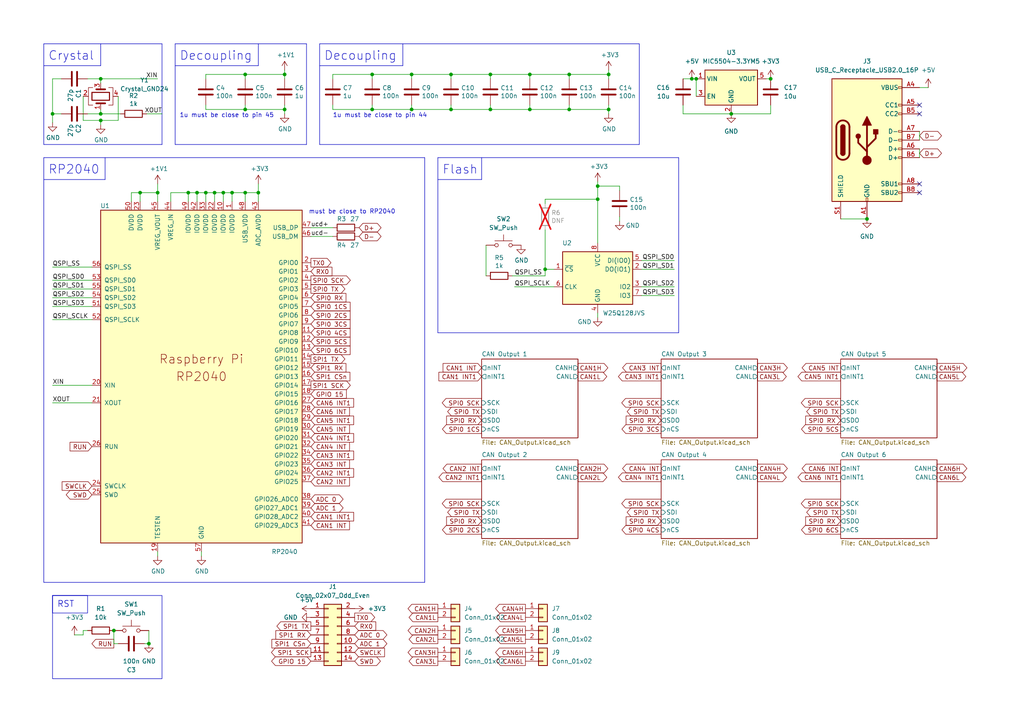
<source format=kicad_sch>
(kicad_sch (version 20231120) (generator "eeschema") (generator_version "8.0")
  (paper "A4")
  (junction (at 15.24 33.02))
  (junction (at 119.38 31.75))
  (junction (at 82.55 21.59))
  (junction (at 223.52 22.86))
  (junction (at 173.355 53.975))
  (junction (at 43.18 186.69))
  (junction (at 57.15 55.88))
  (junction (at 54.61 55.88))
  (junction (at 71.12 21.59))
  (junction (at 130.81 21.59))
  (junction (at 165.1 21.59))
  (junction (at 107.95 31.75))
  (junction (at 71.12 55.88))
  (junction (at 74.93 55.88))
  (junction (at 251.46 63.5))
  (junction (at 165.1 31.75))
  (junction (at 82.55 31.75))
  (junction (at 64.77 55.88))
  (junction (at 67.31 55.88))
  (junction (at 153.67 31.75))
  (junction (at 142.24 31.75))
  (junction (at 107.95 21.59))
  (junction (at 119.38 21.59))
  (junction (at 176.53 31.75))
  (junction (at 212.09 33.02))
  (junction (at 33.02 182.88))
  (junction (at 59.69 55.88))
  (junction (at 142.24 21.59))
  (junction (at 71.12 31.75))
  (junction (at 130.81 31.75))
  (junction (at 62.23 55.88))
  (junction (at 173.355 57.785))
  (junction (at 200.66 22.86))
  (junction (at 158.115 78.105))
  (junction (at 40.64 55.88))
  (junction (at 29.21 22.86))
  (junction (at 201.93 22.86))
  (junction (at 45.72 55.88))
  (junction (at 176.53 21.59))
  (junction (at 29.21 34.925))
  (junction (at 153.67 21.59))
  (junction (at 29.21 33.02))
  (no_connect (at 266.7 55.88))
  (no_connect (at 266.7 33.02))
  (no_connect (at 266.7 53.34))
  (no_connect (at 266.7 30.48))
  (wire (pts (xy 142.24 31.75) (xy 153.67 31.75)))
  (wire (pts (xy 71.12 55.88) (xy 74.93 55.88)))
  (wire (pts (xy 29.21 34.925) (xy 34.29 34.925)))
  (wire (pts (xy 24.13 34.925) (xy 29.21 34.925)))
  (wire (pts (xy 74.93 53.34) (xy 74.93 55.88)))
  (wire (pts (xy 29.21 22.86) (xy 29.21 24.13)))
  (wire (pts (xy 176.53 22.86) (xy 176.53 21.59)))
  (wire (pts (xy 153.67 22.86) (xy 153.67 21.59)))
  (wire (pts (xy 153.67 31.75) (xy 165.1 31.75)))
  (wire (pts (xy 49.53 58.42) (xy 49.53 55.88)))
  (wire (pts (xy 198.12 33.02) (xy 212.09 33.02)))
  (wire (pts (xy 130.81 31.75) (xy 142.24 31.75)))
  (wire (pts (xy 179.705 53.975) (xy 173.355 53.975)))
  (wire (pts (xy 45.72 53.34) (xy 45.72 55.88)))
  (wire (pts (xy 54.61 55.88) (xy 57.15 55.88)))
  (wire (pts (xy 198.12 22.86) (xy 200.66 22.86)))
  (wire (pts (xy 59.69 55.88) (xy 59.69 58.42)))
  (wire (pts (xy 74.93 55.88) (xy 74.93 58.42)))
  (wire (pts (xy 15.24 88.9) (xy 26.67 88.9)))
  (polyline (pts (xy 88.9 41.91) (xy 88.9 12.7)))
  (wire (pts (xy 158.115 78.105) (xy 160.655 78.105)))
  (wire (pts (xy 243.84 63.5) (xy 251.46 63.5)))
  (wire (pts (xy 15.24 111.76) (xy 26.67 111.76)))
  (wire (pts (xy 17.78 33.02) (xy 15.24 33.02)))
  (polyline (pts (xy 139.7 45.72) (xy 139.7 52.07)))
  (polyline (pts (xy 12.7 19.05) (xy 29.21 19.05)))
  (wire (pts (xy 62.23 55.88) (xy 62.23 58.42)))
  (wire (pts (xy 149.225 83.185) (xy 160.655 83.185)))
  (wire (pts (xy 130.81 22.86) (xy 130.81 21.59)))
  (wire (pts (xy 158.115 57.785) (xy 173.355 57.785)))
  (polyline (pts (xy 92.71 19.05) (xy 116.84 19.05)))
  (wire (pts (xy 119.38 30.48) (xy 119.38 31.75)))
  (wire (pts (xy 40.64 55.88) (xy 38.1 55.88)))
  (wire (pts (xy 64.77 55.88) (xy 67.31 55.88)))
  (polyline (pts (xy 12.7 41.91) (xy 46.99 41.91)))
  (wire (pts (xy 59.69 21.59) (xy 71.12 21.59)))
  (polyline (pts (xy 92.71 12.7) (xy 185.42 12.7)))
  (wire (pts (xy 96.52 31.75) (xy 107.95 31.75)))
  (wire (pts (xy 17.78 22.86) (xy 15.24 22.86)))
  (wire (pts (xy 223.52 33.02) (xy 212.09 33.02)))
  (wire (pts (xy 25.4 22.86) (xy 29.21 22.86)))
  (wire (pts (xy 107.95 30.48) (xy 107.95 31.75)))
  (polyline (pts (xy 127 45.72) (xy 127 96.52)))
  (wire (pts (xy 29.21 34.925) (xy 29.21 36.195)))
  (wire (pts (xy 24.13 182.88) (xy 25.4 182.88)))
  (wire (pts (xy 15.24 81.28) (xy 26.67 81.28)))
  (wire (pts (xy 67.31 55.88) (xy 67.31 58.42)))
  (wire (pts (xy 15.24 77.47) (xy 26.67 77.47)))
  (wire (pts (xy 21.59 184.15) (xy 24.13 184.15)))
  (wire (pts (xy 45.72 55.88) (xy 40.64 55.88)))
  (wire (pts (xy 173.355 53.975) (xy 173.355 57.785)))
  (wire (pts (xy 223.52 22.86) (xy 222.25 22.86)))
  (wire (pts (xy 62.23 55.88) (xy 64.77 55.88)))
  (polyline (pts (xy 50.8 12.7) (xy 50.8 41.91)))
  (wire (pts (xy 142.24 21.59) (xy 153.67 21.59)))
  (wire (pts (xy 186.055 78.105) (xy 195.58 78.105)))
  (wire (pts (xy 45.72 160.02) (xy 45.72 161.29)))
  (wire (pts (xy 119.38 31.75) (xy 130.81 31.75)))
  (wire (pts (xy 15.24 22.86) (xy 15.24 33.02)))
  (wire (pts (xy 29.21 22.86) (xy 45.72 22.86)))
  (wire (pts (xy 107.95 22.86) (xy 107.95 21.59)))
  (wire (pts (xy 153.67 30.48) (xy 153.67 31.75)))
  (wire (pts (xy 165.1 21.59) (xy 176.53 21.59)))
  (wire (pts (xy 130.81 30.48) (xy 130.81 31.75)))
  (wire (pts (xy 158.115 59.055) (xy 158.115 57.785)))
  (wire (pts (xy 186.055 75.565) (xy 195.58 75.565)))
  (polyline (pts (xy 12.7 45.72) (xy 123.19 45.72)))
  (wire (pts (xy 82.55 31.75) (xy 82.55 30.48)))
  (wire (pts (xy 148.59 80.01) (xy 158.115 80.01)))
  (wire (pts (xy 67.31 55.88) (xy 71.12 55.88)))
  (wire (pts (xy 59.69 55.88) (xy 62.23 55.88)))
  (wire (pts (xy 43.18 182.88) (xy 43.18 186.69)))
  (polyline (pts (xy 116.84 19.05) (xy 116.84 12.7)))
  (wire (pts (xy 82.55 31.75) (xy 82.55 33.02)))
  (wire (pts (xy 186.055 83.185) (xy 195.58 83.185)))
  (wire (pts (xy 153.67 21.59) (xy 165.1 21.59)))
  (wire (pts (xy 176.53 30.48) (xy 176.53 31.75)))
  (wire (pts (xy 179.705 55.245) (xy 179.705 53.975)))
  (polyline (pts (xy 12.7 52.07) (xy 30.48 52.07)))
  (wire (pts (xy 179.705 62.865) (xy 179.705 64.135)))
  (polyline (pts (xy 123.19 168.91) (xy 12.7 168.91)))
  (wire (pts (xy 71.12 22.86) (xy 71.12 21.59)))
  (wire (pts (xy 59.69 30.48) (xy 59.69 31.75)))
  (wire (pts (xy 34.29 27.94) (xy 34.29 34.925)))
  (wire (pts (xy 57.15 55.88) (xy 59.69 55.88)))
  (wire (pts (xy 173.355 52.705) (xy 173.355 53.975)))
  (wire (pts (xy 38.1 55.88) (xy 38.1 58.42)))
  (polyline (pts (xy 46.99 41.91) (xy 46.99 12.7)))
  (wire (pts (xy 59.69 31.75) (xy 71.12 31.75)))
  (wire (pts (xy 165.1 30.48) (xy 165.1 31.75)))
  (wire (pts (xy 33.02 186.69) (xy 33.02 182.88)))
  (wire (pts (xy 43.18 186.69) (xy 41.91 186.69)))
  (wire (pts (xy 34.29 186.69) (xy 33.02 186.69)))
  (wire (pts (xy 15.24 92.71) (xy 26.67 92.71)))
  (wire (pts (xy 107.95 21.59) (xy 119.38 21.59)))
  (wire (pts (xy 15.24 33.02) (xy 15.24 35.56)))
  (wire (pts (xy 107.95 31.75) (xy 119.38 31.75)))
  (wire (pts (xy 119.38 22.86) (xy 119.38 21.59)))
  (polyline (pts (xy 127 52.07) (xy 139.7 52.07)))
  (wire (pts (xy 96.52 30.48) (xy 96.52 31.75)))
  (wire (pts (xy 130.81 21.59) (xy 142.24 21.59)))
  (wire (pts (xy 15.24 83.82) (xy 26.67 83.82)))
  (polyline (pts (xy 196.85 45.72) (xy 196.85 96.52)))
  (polyline (pts (xy 185.42 41.91) (xy 185.42 12.7)))
  (wire (pts (xy 200.66 22.86) (xy 201.93 22.86)))
  (wire (pts (xy 173.355 57.785) (xy 173.355 70.485)))
  (wire (pts (xy 201.93 22.86) (xy 201.93 27.94)))
  (wire (pts (xy 71.12 31.75) (xy 71.12 30.48)))
  (wire (pts (xy 24.13 184.15) (xy 24.13 182.88)))
  (wire (pts (xy 49.53 55.88) (xy 54.61 55.88)))
  (wire (pts (xy 142.24 30.48) (xy 142.24 31.75)))
  (polyline (pts (xy 50.8 41.91) (xy 88.9 41.91)))
  (wire (pts (xy 142.24 22.86) (xy 142.24 21.59)))
  (wire (pts (xy 140.97 71.12) (xy 140.97 80.01)))
  (polyline (pts (xy 46.99 12.7) (xy 12.7 12.7)))
  (wire (pts (xy 25.4 33.02) (xy 29.21 33.02)))
  (wire (pts (xy 186.055 85.725) (xy 195.58 85.725)))
  (wire (pts (xy 71.12 31.75) (xy 82.55 31.75)))
  (polyline (pts (xy 127 45.72) (xy 196.85 45.72)))
  (wire (pts (xy 82.55 21.59) (xy 82.55 22.86)))
  (wire (pts (xy 173.355 90.805) (xy 173.355 92.075)))
  (polyline (pts (xy 29.21 12.7) (xy 29.21 19.05)))
  (polyline (pts (xy 30.48 52.07) (xy 30.48 45.72)))
  (wire (pts (xy 119.38 21.59) (xy 130.81 21.59)))
  (wire (pts (xy 90.17 66.04) (xy 96.52 66.04)))
  (wire (pts (xy 96.52 21.59) (xy 96.52 22.86)))
  (polyline (pts (xy 196.85 96.52) (xy 127 96.52)))
  (wire (pts (xy 29.21 31.75) (xy 29.21 33.02)))
  (wire (pts (xy 29.21 33.02) (xy 34.925 33.02)))
  (wire (pts (xy 42.545 33.02) (xy 46.99 33.02)))
  (wire (pts (xy 54.61 55.88) (xy 54.61 58.42)))
  (wire (pts (xy 266.7 38.1) (xy 266.7 40.64)))
  (polyline (pts (xy 92.71 12.7) (xy 92.71 41.91)))
  (wire (pts (xy 96.52 21.59) (xy 107.95 21.59)))
  (wire (pts (xy 59.69 22.86) (xy 59.69 21.59)))
  (wire (pts (xy 40.64 55.88) (xy 40.64 58.42)))
  (polyline (pts (xy 12.7 12.7) (xy 12.7 41.91)))
  (polyline (pts (xy 92.71 41.91) (xy 185.42 41.91)))
  (wire (pts (xy 57.15 55.88) (xy 57.15 58.42)))
  (wire (pts (xy 176.53 31.75) (xy 176.53 33.02)))
  (wire (pts (xy 90.17 68.58) (xy 96.52 68.58)))
  (wire (pts (xy 165.1 22.86) (xy 165.1 21.59)))
  (wire (pts (xy 158.115 66.675) (xy 158.115 78.105)))
  (polyline (pts (xy 12.7 45.72) (xy 12.7 168.91)))
  (wire (pts (xy 158.115 80.01) (xy 158.115 78.105)))
  (wire (pts (xy 58.42 160.02) (xy 58.42 161.29)))
  (wire (pts (xy 71.12 55.88) (xy 71.12 58.42)))
  (wire (pts (xy 198.12 30.48) (xy 198.12 33.02)))
  (wire (pts (xy 223.52 30.48) (xy 223.52 33.02)))
  (polyline (pts (xy 50.8 12.7) (xy 88.9 12.7)))
  (wire (pts (xy 266.7 43.18) (xy 266.7 45.72)))
  (wire (pts (xy 269.24 25.4) (xy 266.7 25.4)))
  (wire (pts (xy 165.1 31.75) (xy 176.53 31.75)))
  (wire (pts (xy 82.55 20.32) (xy 82.55 21.59)))
  (polyline (pts (xy 123.19 45.72) (xy 123.19 168.91)))
  (wire (pts (xy 24.13 27.94) (xy 24.13 34.925)))
  (wire (pts (xy 15.24 86.36) (xy 26.67 86.36)))
  (polyline (pts (xy 74.93 19.05) (xy 74.93 12.7)))
  (wire (pts (xy 45.72 58.42) (xy 45.72 55.88)))
  (wire (pts (xy 64.77 55.88) (xy 64.77 58.42)))
  (wire (pts (xy 176.53 20.32) (xy 176.53 21.59)))
  (wire (pts (xy 71.12 21.59) (xy 82.55 21.59)))
  (polyline (pts (xy 50.8 19.05) (xy 74.93 19.05)))
  (wire (pts (xy 15.24 116.84) (xy 26.67 116.84)))
  (rectangle (start 15.24 172.72) (end 46.99 196.85))
  (text_box "RST" (at 15.24 172.72 0) (size 10.16 5.08) (effects (font (size 1.778 1.778)) (justify left top)))
  (text "Crystal" (at 13.97 17.78 0) (effects (font (size 2.54 2.54)) (justify left bottom)))
  (text "RP2040\n" (at 13.97 50.8 0) (effects (font (size 2.54 2.54)) (justify left bottom)))
  (text "Decoupling\n" (at 52.07 17.78 0) (effects (font (size 2.54 2.54)) (justify left bottom)))
  (text "Flash" (at 128.27 50.8 0) (effects (font (size 2.54 2.54)) (justify left bottom)))
  (text "must be close to RP2040" (at 89.535 62.23 0) (effects (font (size 1.27 1.27)) (justify left bottom)))
  (text "Decoupling\n" (at 93.98 17.78 0) (effects (font (size 2.54 2.54)) (justify left bottom)))
  (text "1u must be close to pin 45\n" (at 52.07 34.29 0) (effects (font (size 1.27 1.27)) (justify left bottom)))
  (text "1u must be close to pin 44\n" (at 96.52 34.29 0) (effects (font (size 1.27 1.27)) (justify left bottom)))
  (label "QSPI_SCLK" (at 149.225 83.185 0))
  (label "QSPI_SD1" (at 15.24 83.82 0))
  (label "QSPI_SS" (at 149.225 80.01 0))
  (label "XOUT" (at 15.24 116.84 0))
  (label "QSPI_SD3" (at 15.24 88.9 0))
  (label "QSPI_SD0" (at 195.58 75.565 180))
  (label "QSPI_SD2" (at 195.58 83.185 180))
  (label "QSPI_SD2" (at 15.24 86.36 0))
  (label "QSPI_SD3" (at 195.58 85.725 180))
  (label "ucd+" (at 90.17 66.04 0))
  (label "QSPI_SCLK" (at 15.24 92.71 0))
  (label "XOUT" (at 46.99 33.02 180))
  (label "XIN" (at 15.24 111.76 0))
  (label "ucd-" (at 90.17 68.58 0))
  (label "QSPI_SS" (at 15.24 77.47 0))
  (label "QSPI_SD0" (at 15.24 81.28 0))
  (label "QSPI_SD1" (at 195.58 78.105 180))
  (label "XIN" (at 45.72 22.86 180))
  (global_label "RUN" (shape output) (at 33.02 186.69 180) (property "Intersheetrefs" "${INTERSHEET_REFS}" (effects (hide yes))))
  (global_label "CAN2 INT1" (shape input) (at 90.17 137.16 0) (property "Intersheetrefs" "${INTERSHEET_REFS}" (effects (hide yes))))
  (global_label "D-" (shape bidirectional) (at 104.14 68.58 0) (property "Intersheetrefs" "${INTERSHEET_REFS}" (effects (hide yes))))
  (global_label "CAN6 INT1" (shape input) (at 90.17 116.84 0) (property "Intersheetrefs" "${INTERSHEET_REFS}" (effects (hide yes))))
  (global_label "CAN3L" (shape output) (at 219.71 109.22 0) (property "Intersheetrefs" "${INTERSHEET_REFS}" (effects (hide yes))))
  (global_label "CAN6L" (shape output) (at 271.78 138.43 0) (property "Intersheetrefs" "${INTERSHEET_REFS}" (effects (hide yes))))
  (global_label "RUN" (shape input) (at 26.67 129.54 180) (property "Intersheetrefs" "${INTERSHEET_REFS}" (effects (hide yes))))
  (global_label "CAN1 INT" (shape input) (at 139.7 106.68 180) (property "Intersheetrefs" "${INTERSHEET_REFS}" (effects (hide yes))))
  (global_label "CAN3H" (shape output) (at 219.71 106.68 0) (property "Intersheetrefs" "${INTERSHEET_REFS}" (effects (hide yes))))
  (global_label "SPI0 RX" (shape input) (at 139.7 121.92 180) (property "Intersheetrefs" "${INTERSHEET_REFS}" (effects (hide yes))))
  (global_label "CAN2L" (shape output) (at 167.64 138.43 0) (property "Intersheetrefs" "${INTERSHEET_REFS}" (effects (hide yes))))
  (global_label "CAN3 INT1" (shape input) (at 90.17 132.08 0) (property "Intersheetrefs" "${INTERSHEET_REFS}" (effects (hide yes))))
  (global_label "CAN1H" (shape output) (at 167.64 106.68 0) (property "Intersheetrefs" "${INTERSHEET_REFS}" (effects (hide yes))))
  (global_label "SPI1 TX" (shape output) (at 90.17 104.14 0) (property "Intersheetrefs" "${INTERSHEET_REFS}" (effects (hide yes))))
  (global_label "SPI0 3CS" (shape output) (at 191.77 124.46 180) (property "Intersheetrefs" "${INTERSHEET_REFS}" (effects (hide yes))))
  (global_label "CAN5 INT1" (shape input) (at 90.17 121.92 0) (property "Intersheetrefs" "${INTERSHEET_REFS}" (effects (hide yes))))
  (global_label "CAN6 INT" (shape input) (at 90.17 119.38 0) (property "Intersheetrefs" "${INTERSHEET_REFS}" (effects (hide yes))))
  (global_label "CAN5L" (shape output) (at 152.4 185.42 180) (property "Intersheetrefs" "${INTERSHEET_REFS}" (effects (hide yes))))
  (global_label "CAN4 INT" (shape input) (at 90.17 129.54 0) (property "Intersheetrefs" "${INTERSHEET_REFS}" (effects (hide yes))))
  (global_label "CAN1H" (shape output) (at 127 176.53 180) (property "Intersheetrefs" "${INTERSHEET_REFS}" (effects (hide yes))))
  (global_label "CAN5H" (shape output) (at 271.78 106.68 0) (property "Intersheetrefs" "${INTERSHEET_REFS}" (effects (hide yes))))
  (global_label "CAN1 INT1" (shape input) (at 139.7 109.22 180) (property "Intersheetrefs" "${INTERSHEET_REFS}" (effects (hide yes))))
  (global_label "CAN1 INT1" (shape input) (at 90.17 149.86 0) (property "Intersheetrefs" "${INTERSHEET_REFS}" (effects (hide yes))))
  (global_label "SPI0 SCK" (shape output) (at 90.17 81.28 0) (property "Intersheetrefs" "${INTERSHEET_REFS}" (effects (hide yes))))
  (global_label "SPI0 4CS" (shape input) (at 90.17 96.52 0) (property "Intersheetrefs" "${INTERSHEET_REFS}" (effects (hide yes))))
  (global_label "SPI1 RX" (shape input) (at 90.17 184.15 180) (property "Intersheetrefs" "${INTERSHEET_REFS}" (effects (hide yes))))
  (global_label "CAN5 INT" (shape output) (at 243.84 106.68 180) (property "Intersheetrefs" "${INTERSHEET_REFS}" (effects (hide yes))))
  (global_label "SPI0 3CS" (shape input) (at 90.17 93.98 0) (property "Intersheetrefs" "${INTERSHEET_REFS}" (effects (hide yes))))
  (global_label "ADC 1" (shape bidirectional) (at 102.87 186.69 0) (property "Intersheetrefs" "${INTERSHEET_REFS}" (effects (hide yes))))
  (global_label "CAN3 INT1" (shape output) (at 191.77 109.22 180) (property "Intersheetrefs" "${INTERSHEET_REFS}" (effects (hide yes))))
  (global_label "SPI0 SCK" (shape output) (at 139.7 146.05 180) (property "Intersheetrefs" "${INTERSHEET_REFS}" (effects (hide yes))))
  (global_label "SPI0 RX" (shape input) (at 243.84 121.92 180) (property "Intersheetrefs" "${INTERSHEET_REFS}" (effects (hide yes))))
  (global_label "SPI0 SCK" (shape output) (at 191.77 116.84 180) (property "Intersheetrefs" "${INTERSHEET_REFS}" (effects (hide yes))))
  (global_label "SPI1 RX" (shape input) (at 90.17 106.68 0) (property "Intersheetrefs" "${INTERSHEET_REFS}" (effects (hide yes))))
  (global_label "CAN3H" (shape output) (at 127 189.23 180) (property "Intersheetrefs" "${INTERSHEET_REFS}" (effects (hide yes))))
  (global_label "SPI0 1CS" (shape output) (at 139.7 124.46 180) (property "Intersheetrefs" "${INTERSHEET_REFS}" (effects (hide yes))))
  (global_label "CAN2H" (shape output) (at 167.64 135.89 0) (property "Intersheetrefs" "${INTERSHEET_REFS}" (effects (hide yes))))
  (global_label "CAN2H" (shape output) (at 127 182.88 180) (property "Intersheetrefs" "${INTERSHEET_REFS}" (effects (hide yes))))
  (global_label "SWD" (shape bidirectional) (at 26.67 143.51 180) (property "Intersheetrefs" "${INTERSHEET_REFS}" (effects (hide yes))))
  (global_label "SPI0 TX" (shape output) (at 139.7 148.59 180) (property "Intersheetrefs" "${INTERSHEET_REFS}" (effects (hide yes))))
  (global_label "SPI0 4CS" (shape output) (at 191.77 153.67 180) (property "Intersheetrefs" "${INTERSHEET_REFS}" (effects (hide yes))))
  (global_label "SPI0 TX" (shape output) (at 243.84 148.59 180) (property "Intersheetrefs" "${INTERSHEET_REFS}" (effects (hide yes))))
  (global_label "SPI0 RX" (shape input) (at 191.77 121.92 180) (property "Intersheetrefs" "${INTERSHEET_REFS}" (effects (hide yes))))
  (global_label "CAN4L" (shape output) (at 152.4 179.07 180) (property "Intersheetrefs" "${INTERSHEET_REFS}" (effects (hide yes))))
  (global_label "CAN3 INT" (shape output) (at 191.77 106.68 180) (property "Intersheetrefs" "${INTERSHEET_REFS}" (effects (hide yes))))
  (global_label "CAN6H" (shape output) (at 152.4 189.23 180) (property "Intersheetrefs" "${INTERSHEET_REFS}" (effects (hide yes))))
  (global_label "SPI0 TX" (shape output) (at 191.77 148.59 180) (property "Intersheetrefs" "${INTERSHEET_REFS}" (effects (hide yes))))
  (global_label "SPI0 SCK" (shape output) (at 243.84 146.05 180) (property "Intersheetrefs" "${INTERSHEET_REFS}" (effects (hide yes))))
  (global_label "CAN6H" (shape output) (at 271.78 135.89 0) (property "Intersheetrefs" "${INTERSHEET_REFS}" (effects (hide yes))))
  (global_label "SPI0 TX" (shape output) (at 243.84 119.38 180) (property "Intersheetrefs" "${INTERSHEET_REFS}" (effects (hide yes))))
  (global_label "SPI0 5CS" (shape input) (at 90.17 99.06 0) (property "Intersheetrefs" "${INTERSHEET_REFS}" (effects (hide yes))))
  (global_label "CAN6 INT1" (shape output) (at 243.84 138.43 180) (property "Intersheetrefs" "${INTERSHEET_REFS}" (effects (hide yes))))
  (global_label "CAN4 INT1" (shape input) (at 90.17 127 0) (property "Intersheetrefs" "${INTERSHEET_REFS}" (effects (hide yes))))
  (global_label "CAN6L" (shape output) (at 152.4 191.77 180) (property "Intersheetrefs" "${INTERSHEET_REFS}" (effects (hide yes))))
  (global_label "SPI0 5CS" (shape output) (at 243.84 124.46 180) (property "Intersheetrefs" "${INTERSHEET_REFS}" (effects (hide yes))))
  (global_label "SPI1 CSn" (shape input) (at 90.17 186.69 180) (property "Intersheetrefs" "${INTERSHEET_REFS}" (effects (hide yes))))
  (global_label "D+" (shape bidirectional) (at 104.14 66.04 0) (property "Intersheetrefs" "${INTERSHEET_REFS}" (effects (hide yes))))
  (global_label "SPI0 RX" (shape input) (at 191.77 151.13 180) (property "Intersheetrefs" "${INTERSHEET_REFS}" (effects (hide yes))))
  (global_label "SWCLK" (shape input) (at 26.67 140.97 180) (property "Intersheetrefs" "${INTERSHEET_REFS}" (effects (hide yes))))
  (global_label "CAN4H" (shape output) (at 219.71 135.89 0) (property "Intersheetrefs" "${INTERSHEET_REFS}" (effects (hide yes))))
  (global_label "RX0" (shape input) (at 90.17 78.74 0) (property "Intersheetrefs" "${INTERSHEET_REFS}" (effects (hide yes))))
  (global_label "ADC 0" (shape bidirectional) (at 90.17 144.78 0) (property "Intersheetrefs" "${INTERSHEET_REFS}" (effects (hide yes))))
  (global_label "CAN1L" (shape output) (at 167.64 109.22 0) (property "Intersheetrefs" "${INTERSHEET_REFS}" (effects (hide yes))))
  (global_label "CAN4L" (shape output) (at 219.71 138.43 0) (property "Intersheetrefs" "${INTERSHEET_REFS}" (effects (hide yes))))
  (global_label "SPI0 2CS" (shape input) (at 90.17 91.44 0) (property "Intersheetrefs" "${INTERSHEET_REFS}" (effects (hide yes))))
  (global_label "D+" (shape bidirectional) (at 266.7 44.45 0) (property "Intersheetrefs" "${INTERSHEET_REFS}" (effects (hide yes))))
  (global_label "GPIO 15" (shape bidirectional) (at 90.17 191.77 180) (property "Intersheetrefs" "${INTERSHEET_REFS}" (effects (hide yes))))
  (global_label "SWCLK" (shape input) (at 102.87 189.23 0) (property "Intersheetrefs" "${INTERSHEET_REFS}" (effects (hide yes))))
  (global_label "SPI0 1CS" (shape input) (at 90.17 88.9 0) (property "Intersheetrefs" "${INTERSHEET_REFS}" (effects (hide yes))))
  (global_label "SPI0 RX" (shape input) (at 243.84 151.13 180) (property "Intersheetrefs" "${INTERSHEET_REFS}" (effects (hide yes))))
  (global_label "CAN2L" (shape output) (at 127 185.42 180) (property "Intersheetrefs" "${INTERSHEET_REFS}" (effects (hide yes))))
  (global_label "CAN2 INT" (shape output) (at 139.7 135.89 180) (property "Intersheetrefs" "${INTERSHEET_REFS}" (effects (hide yes))))
  (global_label "CAN4 INT1" (shape output) (at 191.77 138.43 180) (property "Intersheetrefs" "${INTERSHEET_REFS}" (effects (hide yes))))
  (global_label "SPI0 RX" (shape input) (at 90.17 86.36 0) (property "Intersheetrefs" "${INTERSHEET_REFS}" (effects (hide yes))))
  (global_label "SPI0 6CS" (shape input) (at 90.17 101.6 0) (property "Intersheetrefs" "${INTERSHEET_REFS}" (effects (hide yes))))
  (global_label "CAN2 INT1" (shape output) (at 139.7 138.43 180) (property "Intersheetrefs" "${INTERSHEET_REFS}" (effects (hide yes))))
  (global_label "ADC 1" (shape bidirectional) (at 90.17 147.32 0) (property "Intersheetrefs" "${INTERSHEET_REFS}" (effects (hide yes))))
  (global_label "CAN1 INT" (shape input) (at 90.17 152.4 0) (property "Intersheetrefs" "${INTERSHEET_REFS}" (effects (hide yes))))
  (global_label "SPI1 TX" (shape output) (at 90.17 181.61 180) (property "Intersheetrefs" "${INTERSHEET_REFS}" (effects (hide yes))))
  (global_label "SPI0 TX" (shape output) (at 90.17 83.82 0) (property "Intersheetrefs" "${INTERSHEET_REFS}" (effects (hide yes))))
  (global_label "CAN6 INT" (shape output) (at 243.84 135.89 180) (property "Intersheetrefs" "${INTERSHEET_REFS}" (effects (hide yes))))
  (global_label "ADC 0" (shape bidirectional) (at 102.87 184.15 0) (property "Intersheetrefs" "${INTERSHEET_REFS}" (effects (hide yes))))
  (global_label "SPI0 SCK" (shape output) (at 243.84 116.84 180) (property "Intersheetrefs" "${INTERSHEET_REFS}" (effects (hide yes))))
  (global_label "SPI0 2CS" (shape output) (at 139.7 153.67 180) (property "Intersheetrefs" "${INTERSHEET_REFS}" (effects (hide yes))))
  (global_label "SPI0 SCK" (shape output) (at 139.7 116.84 180) (property "Intersheetrefs" "${INTERSHEET_REFS}" (effects (hide yes))))
  (global_label "RX0" (shape input) (at 102.87 181.61 0) (property "Intersheetrefs" "${INTERSHEET_REFS}" (effects (hide yes))))
  (global_label "SPI0 RX" (shape input) (at 139.7 151.13 180) (property "Intersheetrefs" "${INTERSHEET_REFS}" (effects (hide yes))))
  (global_label "SPI0 TX" (shape output) (at 139.7 119.38 180) (property "Intersheetrefs" "${INTERSHEET_REFS}" (effects (hide yes))))
  (global_label "SPI0 SCK" (shape output) (at 191.77 146.05 180) (property "Intersheetrefs" "${INTERSHEET_REFS}" (effects (hide yes))))
  (global_label "CAN5L" (shape output) (at 271.78 109.22 0) (property "Intersheetrefs" "${INTERSHEET_REFS}" (effects (hide yes))))
  (global_label "CAN5 INT" (shape input) (at 90.17 124.46 0) (property "Intersheetrefs" "${INTERSHEET_REFS}" (effects (hide yes))))
  (global_label "D-" (shape bidirectional) (at 266.7 39.37 0) (property "Intersheetrefs" "${INTERSHEET_REFS}" (effects (hide yes))))
  (global_label "CAN5H" (shape output) (at 152.4 182.88 180) (property "Intersheetrefs" "${INTERSHEET_REFS}" (effects (hide yes))))
  (global_label "SPI1 CSn" (shape input) (at 90.17 109.22 0) (property "Intersheetrefs" "${INTERSHEET_REFS}" (effects (hide yes))))
  (global_label "CAN4 INT" (shape output) (at 191.77 135.89 180) (property "Intersheetrefs" "${INTERSHEET_REFS}" (effects (hide yes))))
  (global_label "SPI1 SCK" (shape output) (at 90.17 111.76 0) (property "Intersheetrefs" "${INTERSHEET_REFS}" (effects (hide yes))))
  (global_label "GPIO 15" (shape input) (at 90.17 114.3 0) (property "Intersheetrefs" "${INTERSHEET_REFS}" (effects (hide yes))))
  (global_label "CAN3 INT" (shape input) (at 90.17 134.62 0) (property "Intersheetrefs" "${INTERSHEET_REFS}" (effects (hide yes))))
  (global_label "TX0" (shape output) (at 102.87 179.07 0) (property "Intersheetrefs" "${INTERSHEET_REFS}" (effects (hide yes))))
  (global_label "CAN2 INT" (shape input) (at 90.17 139.7 0) (property "Intersheetrefs" "${INTERSHEET_REFS}" (effects (hide yes))))
  (global_label "CAN4H" (shape output) (at 152.4 176.53 180) (property "Intersheetrefs" "${INTERSHEET_REFS}" (effects (hide yes))))
  (global_label "CAN3L" (shape output) (at 127 191.77 180) (property "Intersheetrefs" "${INTERSHEET_REFS}" (effects (hide yes))))
  (global_label "CAN1L" (shape output) (at 127 179.07 180) (property "Intersheetrefs" "${INTERSHEET_REFS}" (effects (hide yes))))
  (global_label "SPI0 TX" (shape output) (at 191.77 119.38 180) (property "Intersheetrefs" "${INTERSHEET_REFS}" (effects (hide yes))))
  (global_label "SPI1 SCK" (shape output) (at 90.17 189.23 180) (property "Intersheetrefs" "${INTERSHEET_REFS}" (effects (hide yes))))
  (global_label "TX0" (shape output) (at 90.17 76.2 0) (property "Intersheetrefs" "${INTERSHEET_REFS}" (effects (hide yes))))
  (global_label "SPI0 6CS" (shape output) (at 243.84 153.67 180) (property "Intersheetrefs" "${INTERSHEET_REFS}" (effects (hide yes))))
  (global_label "CAN5 INT1" (shape output) (at 243.84 109.22 180) (property "Intersheetrefs" "${INTERSHEET_REFS}" (effects (hide yes))))
  (global_label "SWD" (shape bidirectional) (at 102.87 191.77 0) (property "Intersheetrefs" "${INTERSHEET_REFS}" (effects (hide yes))))
  (symbol (lib_id "Device:R") (at 29.21 182.88 90) (unit 1)
    (property "Reference" "R1" (at 29.21 176.53 90))
    (property "Value" "10k" (at 29.21 179.07 90))
    (property "Footprint" "Resistor_SMD:R_0603_1608Metric" (effects (hide yes)))
    (property "Description" "Resistor" (effects (hide yes)))
  )
  (symbol (lib_id "power:+3V3") (at 74.93 53.34 0) (unit 1)
    (property "Reference" "#PWR08" (effects (hide yes)))
    (property "Value" "+3V3" (at 75.311 48.9458 0))
  )
  (symbol (lib_id "Device:C") (at 119.38 26.67 0) (unit 1)
    (property "Reference" "C9" (at 122.301 25.5016 0) (effects (justify left)))
    (property "Value" "100n" (at 122.301 27.813 0) (effects (justify left)))
    (property "Footprint" "Capacitor_SMD:C_0603_1608Metric" (effects (hide yes)))
  )
  (symbol (lib_id "Device:C") (at 21.59 33.02 270) (unit 1)
    (property "Reference" "C2" (at 22.7584 35.941 0) (effects (justify left)))
    (property "Value" "27p" (at 20.447 35.941 0) (effects (justify left)))
    (property "Footprint" "Capacitor_SMD:C_0603_1608Metric" (effects (hide yes)))
  )
  (symbol (lib_id "Device:C") (at 71.12 26.67 0) (unit 1)
    (property "Reference" "C5" (at 74.041 25.5016 0) (effects (justify left)))
    (property "Value" "100n" (at 74.041 27.813 0) (effects (justify left)))
    (property "Footprint" "Capacitor_SMD:C_0603_1608Metric" (effects (hide yes)))
  )
  (symbol (lib_id "Device:R") (at 100.33 66.04 270) (unit 1)
    (property "Reference" "R3" (at 99.06 63.5 90))
    (property "Value" "27" (at 102.87 63.5 90))
    (property "Footprint" "Resistor_SMD:R_0603_1608Metric" (effects (hide yes)))
  )
  (symbol (lib_id "Connector_Generic:Conn_01x02") (at 157.48 176.53 0) (unit 1)
    (property "Reference" "J7" (at 160.02 176.5299 0) (effects (justify left)))
    (property "Value" "Conn_01x02" (at 160.02 179.0699 0) (effects (justify left)))
    (property "Footprint" "Connector_PinHeader_2.54mm:PinHeader_1x02_P2.54mm_Vertical" (effects (hide yes)))
    (property "Description" "Generic connector, single row, 01x02, script generated (kicad-library-utils/schlib/autogen/connector/)" (effects (hide yes)))
  )
  (symbol (lib_id "Connector_Generic:Conn_01x02") (at 157.48 189.23 0) (unit 1)
    (property "Reference" "J9" (at 160.02 189.2299 0) (effects (justify left)))
    (property "Value" "Conn_01x02" (at 160.02 191.7699 0) (effects (justify left)))
    (property "Footprint" "Connector_PinHeader_2.54mm:PinHeader_1x02_P2.54mm_Vertical" (effects (hide yes)))
    (property "Description" "Generic connector, single row, 01x02, script generated (kicad-library-utils/schlib/autogen/connector/)" (effects (hide yes)))
  )
  (symbol (lib_id "power:+1V1") (at 82.55 20.32 0) (unit 1)
    (property "Reference" "#PWR09" (effects (hide yes)))
    (property "Value" "+1V1" (at 82.931 15.9258 0))
  )
  (symbol (lib_id "Device:C") (at 82.55 26.67 0) (unit 1)
    (property "Reference" "C6" (at 85.471 25.5016 0) (effects (justify left)))
    (property "Value" "1u" (at 85.471 27.813 0) (effects (justify left)))
    (property "Footprint" "Capacitor_SMD:C_0603_1608Metric" (effects (hide yes)))
  )
  (symbol (lib_id "power:GND") (at 179.705 64.135 0) (unit 1)
    (property "Reference" "#PWR018" (effects (hide yes)))
    (property "Value" "GND" (at 183.515 65.405 0))
  )
  (symbol (lib_name "+3V3_3") (lib_id "power:+3V3") (at 102.87 176.53 270) (unit 1)
    (property "Reference" "#PWR039" (effects (hide yes)))
    (property "Value" "+3V3" (at 106.68 176.5299 90) (effects (justify left)))
    (property "Description" "Power symbol creates a global label with name \"+3V3\"" (effects (hide yes)))
  )
  (symbol (lib_name "+3V3_1") (lib_id "power:+3V3") (at 21.59 184.15 0) (unit 1)
    (property "Reference" "#PWR02" (effects (hide yes)))
    (property "Value" "+3V3" (at 21.59 179.07 0))
    (property "Description" "Power symbol creates a global label with name \"+3V3\"" (effects (hide yes)))
  )
  (symbol (lib_id "Connector:USB_C_Receptacle_USB2.0_16P") (at 251.46 40.64 0) (unit 1)
    (property "Reference" "J3" (at 251.46 17.78 0))
    (property "Value" "USB_C_Receptacle_USB2.0_16P" (at 251.46 20.32 0))
    (property "Footprint" "Connector_USB:USB_C_Receptacle_GCT_USB4085" (effects (hide yes)))
    (property "Datasheet" "https://www.usb.org/sites/default/files/documents/usb_type-c.zip" (effects (hide yes)))
    (property "Description" "USB 2.0-only 16P Type-C Receptacle connector" (effects (hide yes)))
  )
  (symbol (lib_id "Device:C") (at 21.59 22.86 270) (unit 1)
    (property "Reference" "C1" (at 22.7584 25.781 0) (effects (justify left)))
    (property "Value" "27p" (at 20.447 25.781 0) (effects (justify left)))
    (property "Footprint" "Capacitor_SMD:C_0603_1608Metric" (effects (hide yes)))
  )
  (symbol (lib_name "GND_3") (lib_id "power:GND") (at 43.18 186.69 0) (unit 1)
    (property "Reference" "#PWR04" (effects (hide yes)))
    (property "Value" "GND" (at 43.18 191.77 0))
    (property "Description" "Power symbol creates a global label with name \"GND\" , ground" (effects (hide yes)))
  )
  (symbol (lib_id "Device:C") (at 142.24 26.67 0) (unit 1)
    (property "Reference" "C11" (at 145.161 25.5016 0) (effects (justify left)))
    (property "Value" "100n" (at 145.161 27.813 0) (effects (justify left)))
    (property "Footprint" "Capacitor_SMD:C_0603_1608Metric" (effects (hide yes)))
  )
  (symbol (lib_id "Device:R") (at 100.33 68.58 270) (unit 1)
    (property "Reference" "R4" (at 99.06 71.12 90))
    (property "Value" "27" (at 102.87 71.12 90))
    (property "Footprint" "Resistor_SMD:R_0603_1608Metric" (effects (hide yes)))
  )
  (symbol (lib_id "Device:R") (at 144.78 80.01 270) (unit 1)
    (property "Reference" "R5" (at 144.78 74.7522 90))
    (property "Value" "1k" (at 144.78 77.0636 90))
    (property "Footprint" "Resistor_SMD:R_0603_1608Metric" (effects (hide yes)))
  )
  (symbol (lib_name "+3V3_2") (lib_id "power:+3V3") (at 223.52 22.86 0) (unit 1)
    (property "Reference" "#PWR031" (effects (hide yes)))
    (property "Value" "+3V3" (at 223.52 17.78 0))
    (property "Description" "Power symbol creates a global label with name \"+3V3\"" (effects (hide yes)))
  )
  (symbol (lib_name "GND_2") (lib_id "power:GND") (at 212.09 33.02 0) (unit 1)
    (property "Reference" "#PWR020" (effects (hide yes)))
    (property "Value" "GND" (at 212.09 38.1 0))
    (property "Description" "Power symbol creates a global label with name \"GND\" , ground" (effects (hide yes)))
  )
  (symbol (lib_id "Device:Crystal_GND24") (at 29.21 27.94 90) (unit 1)
    (property "Reference" "Y1" (at 41.91 23.241 90))
    (property "Value" "Crystal_GND24" (at 41.91 25.781 90))
    (property "Footprint" "Crystal:Crystal_SMD_3225-4Pin_3.2x2.5mm" (effects (hide yes)))
  )
  (symbol (lib_id "Device:C") (at 223.52 26.67 0) (unit 1)
    (property "Reference" "C17" (at 227.33 25.3999 0) (effects (justify left)))
    (property "Value" "10u" (at 227.33 27.9399 0) (effects (justify left)))
    (property "Footprint" "Capacitor_SMD:C_0603_1608Metric" (effects (hide yes)))
    (property "Description" "Unpolarized capacitor" (effects (hide yes)))
  )
  (symbol (lib_id "power:GND") (at 82.55 33.02 0) (unit 1)
    (property "Reference" "#PWR010" (effects (hide yes)))
    (property "Value" "GND" (at 82.677 37.4142 0))
  )
  (symbol (lib_id "Connector_Generic:Conn_01x02") (at 157.48 182.88 0) (unit 1)
    (property "Reference" "J8" (at 160.02 182.8799 0) (effects (justify left)))
    (property "Value" "Conn_01x02" (at 160.02 185.4199 0) (effects (justify left)))
    (property "Footprint" "Connector_PinHeader_2.54mm:PinHeader_1x02_P2.54mm_Vertical" (effects (hide yes)))
    (property "Description" "Generic connector, single row, 01x02, script generated (kicad-library-utils/schlib/autogen/connector/)" (effects (hide yes)))
  )
  (symbol (lib_id "Connector_Generic:Conn_01x02") (at 132.08 182.88 0) (unit 1)
    (property "Reference" "J5" (at 134.62 182.8799 0) (effects (justify left)))
    (property "Value" "Conn_01x02" (at 134.62 185.4199 0) (effects (justify left)))
    (property "Footprint" "Connector_PinHeader_2.54mm:PinHeader_1x02_P2.54mm_Vertical" (effects (hide yes)))
    (property "Description" "Generic connector, single row, 01x02, script generated (kicad-library-utils/schlib/autogen/connector/)" (effects (hide yes)))
  )
  (symbol (lib_id "power:+3V3") (at 173.355 52.705 0) (unit 1)
    (property "Reference" "#PWR014" (effects (hide yes)))
    (property "Value" "+3V3" (at 173.736 48.3108 0))
  )
  (symbol (lib_id "power:+5V") (at 200.66 22.86 0) (unit 1)
    (property "Reference" "#PWR019" (effects (hide yes)))
    (property "Value" "+5V" (at 200.66 17.78 0))
    (property "Description" "Power symbol creates a global label with name \"+5V\"" (effects (hide yes)))
  )
  (symbol (lib_id "power:+5V") (at 269.24 25.4 0) (unit 1)
    (property "Reference" "#PWR022" (effects (hide yes)))
    (property "Value" "+5V" (at 269.24 20.32 0))
    (property "Description" "Power symbol creates a global label with name \"+5V\"" (effects (hide yes)))
  )
  (symbol (lib_id "Regulator_Linear:MIC5504-3.3YM5") (at 212.09 25.4 0) (unit 1)
    (property "Reference" "U3" (at 212.09 15.24 0))
    (property "Value" "MIC5504-3.3YM5" (at 212.09 17.78 0))
    (property "Footprint" "Package_TO_SOT_SMD:SOT-23-5" (effects (hide yes)))
    (property "Datasheet" "http://ww1.microchip.com/downloads/en/DeviceDoc/MIC550X.pdf" (effects (hide yes)))
    (property "Description" "300mA Low-dropout Voltage Regulator, Vout 3.3V, Vin up to 5.5V, SOT-23" (effects (hide yes)))
  )
  (symbol (lib_id "Device:C") (at 165.1 26.67 0) (unit 1)
    (property "Reference" "C13" (at 168.021 25.5016 0) (effects (justify left)))
    (property "Value" "100n" (at 168.021 27.813 0) (effects (justify left)))
    (property "Footprint" "Capacitor_SMD:C_0603_1608Metric" (effects (hide yes)))
  )
  (symbol (lib_id "power:GND") (at 173.355 92.075 0) (unit 1)
    (property "Reference" "#PWR015" (effects (hide yes)))
    (property "Value" "GND" (at 169.545 93.345 0))
  )
  (symbol (lib_id "Device:C") (at 153.67 26.67 0) (unit 1)
    (property "Reference" "C12" (at 156.591 25.5016 0) (effects (justify left)))
    (property "Value" "100n" (at 156.591 27.813 0) (effects (justify left)))
    (property "Footprint" "Capacitor_SMD:C_0603_1608Metric" (effects (hide yes)))
  )
  (symbol (lib_id "power:+3V3") (at 176.53 20.32 0) (unit 1)
    (property "Reference" "#PWR016" (effects (hide yes)))
    (property "Value" "+3V3" (at 176.911 15.9258 0))
  )
  (symbol (lib_id "Device:C") (at 198.12 26.67 0) (unit 1)
    (property "Reference" "C16" (at 194.31 25.3999 0) (effects (justify right)))
    (property "Value" "10u" (at 194.31 27.9399 0) (effects (justify right)))
    (property "Footprint" "Capacitor_SMD:C_0603_1608Metric" (effects (hide yes)))
    (property "Description" "Unpolarized capacitor" (effects (hide yes)))
  )
  (symbol (lib_name "GND_4") (lib_id "power:GND") (at 90.17 179.07 270) (unit 1)
    (property "Reference" "#PWR074" (effects (hide yes)))
    (property "Value" "GND" (at 86.36 179.0699 90) (effects (justify right)))
    (property "Description" "Power symbol creates a global label with name \"GND\" , ground" (effects (hide yes)))
  )
  (symbol (lib_id "Device:R") (at 38.735 33.02 270) (unit 1)
    (property "Reference" "R2" (at 38.735 27.7622 90))
    (property "Value" "1k" (at 38.735 30.0736 90))
    (property "Footprint" "Resistor_SMD:R_0603_1608Metric" (effects (hide yes)))
  )
  (symbol (lib_id "Device:C") (at 176.53 26.67 0) (unit 1)
    (property "Reference" "C14" (at 179.451 25.5016 0) (effects (justify left)))
    (property "Value" "100n" (at 179.451 27.813 0) (effects (justify left)))
    (property "Footprint" "Capacitor_SMD:C_0603_1608Metric" (effects (hide yes)))
  )
  (symbol (lib_id "Connector_Generic:Conn_01x02") (at 132.08 176.53 0) (unit 1)
    (property "Reference" "J4" (at 134.62 176.5299 0) (effects (justify left)))
    (property "Value" "Conn_01x02" (at 134.62 179.0699 0) (effects (justify left)))
    (property "Footprint" "Connector_PinHeader_2.54mm:PinHeader_1x02_P2.54mm_Vertical" (effects (hide yes)))
    (property "Description" "Generic connector, single row, 01x02, script generated (kicad-library-utils/schlib/autogen/connector/)" (effects (hide yes)))
  )
  (symbol (lib_id "Switch:SW_Push") (at 38.1 182.88 0) (unit 1)
    (property "Reference" "SW1" (at 38.1 175.26 0))
    (property "Value" "SW_Push" (at 38.1 177.8 0))
    (property "Footprint" "Button_Switch_THT:SW_PUSH_1P1T_6x3.5mm_H5.0_APEM_MJTP1250" (effects (hide yes)))
    (property "Description" "Push button switch, generic, two pins" (effects (hide yes)))
  )
  (symbol (lib_id "Device:C") (at 107.95 26.67 0) (unit 1)
    (property "Reference" "C8" (at 110.871 25.5016 0) (effects (justify left)))
    (property "Value" "100n" (at 110.871 27.813 0) (effects (justify left)))
    (property "Footprint" "Capacitor_SMD:C_0603_1608Metric" (effects (hide yes)))
  )
  (symbol (lib_id "Switch:SW_Push") (at 146.05 71.12 0) (unit 1)
    (property "Reference" "SW2" (at 146.05 63.5 0))
    (property "Value" "SW_Push" (at 146.05 66.04 0))
    (property "Footprint" "Button_Switch_THT:SW_PUSH_1P1T_6x3.5mm_H5.0_APEM_MJTP1250" (effects (hide yes)))
    (property "Description" "Push button switch, generic, two pins" (effects (hide yes)))
  )
  (symbol (lib_id "power:GND") (at 151.13 71.12 0) (unit 1)
    (property "Reference" "#PWR013" (effects (hide yes)))
    (property "Value" "GND" (at 151.257 75.5142 0))
  )
  (symbol (lib_id "Connector_Generic:Conn_02x07_Odd_Even") (at 95.25 184.15 0) (unit 1)
    (property "Reference" "J1" (at 96.52 170.18 0))
    (property "Value" "Conn_02x07_Odd_Even" (at 96.52 172.72 0))
    (property "Footprint" "Connector_PinHeader_2.54mm:PinHeader_2x07_P2.54mm_Vertical" (effects (hide yes)))
    (property "Description" "Generic connector, double row, 02x07, odd/even pin numbering scheme (row 1 odd numbers, row 2 even numbers), script generated (kicad-library-utils/schlib/autogen/connector/)" (effects (hide yes)))
  )
  (symbol (lib_id "power:+5V") (at 90.17 176.53 90) (unit 1)
    (property "Reference" "#PWR073" (effects (hide yes)))
    (property "Value" "+5V" (at 88.9 173.99 90))
    (property "Description" "Power symbol creates a global label with name \"+5V\"" (effects (hide yes)))
  )
  (symbol (lib_id "Connector_Generic:Conn_01x02") (at 132.08 189.23 0) (unit 1)
    (property "Reference" "J6" (at 134.62 189.2299 0) (effects (justify left)))
    (property "Value" "Conn_01x02" (at 134.62 191.7699 0) (effects (justify left)))
    (property "Footprint" "Connector_PinHeader_2.54mm:PinHeader_1x02_P2.54mm_Vertical" (effects (hide yes)))
    (property "Description" "Generic connector, single row, 01x02, script generated (kicad-library-utils/schlib/autogen/connector/)" (effects (hide yes)))
  )
  (symbol (lib_id "Device:C") (at 179.705 59.055 0) (unit 1)
    (property "Reference" "C15" (at 182.626 57.8866 0) (effects (justify left)))
    (property "Value" "100n" (at 182.626 60.198 0) (effects (justify left)))
    (property "Footprint" "Capacitor_SMD:C_0603_1608Metric" (effects (hide yes)))
  )
  (symbol (lib_name "GND_1") (lib_id "power:GND") (at 251.46 63.5 0) (unit 1)
    (property "Reference" "#PWR021" (effects (hide yes)))
    (property "Value" "GND" (at 251.46 68.58 0))
    (property "Description" "Power symbol creates a global label with name \"GND\" , ground" (effects (hide yes)))
  )
  (symbol (lib_id "power:GND") (at 58.42 161.29 0) (unit 1)
    (property "Reference" "#PWR07" (effects (hide yes)))
    (property "Value" "GND" (at 58.547 165.6842 0))
  )
  (symbol (lib_id "power:GND") (at 45.72 161.29 0) (unit 1)
    (property "Reference" "#PWR06" (effects (hide yes)))
    (property "Value" "GND" (at 45.847 165.6842 0))
  )
  (symbol (lib_id "power:+1V1") (at 45.72 53.34 0) (unit 1)
    (property "Reference" "#PWR05" (effects (hide yes)))
    (property "Value" "+1V1" (at 46.101 48.9458 0))
  )
  (symbol (lib_id "Device:C") (at 96.52 26.67 0) (unit 1)
    (property "Reference" "C7" (at 99.441 25.5016 0) (effects (justify left)))
    (property "Value" "1u" (at 99.441 27.813 0) (effects (justify left)))
    (property "Footprint" "Capacitor_SMD:C_0603_1608Metric" (effects (hide yes)))
  )
  (symbol (lib_id "Device:C") (at 38.1 186.69 90) (unit 1)
    (property "Reference" "C3" (at 38.1 194.31 90))
    (property "Value" "100n" (at 38.1 191.77 90))
    (property "Footprint" "Capacitor_SMD:C_0603_1608Metric" (effects (hide yes)))
    (property "Description" "Unpolarized capacitor" (effects (hide yes)))
  )
  (symbol (lib_id "power:GND") (at 15.24 35.56 0) (unit 1)
    (property "Reference" "#PWR01" (effects (hide yes)))
    (property "Value" "GND" (at 15.367 39.9542 0))
  )
  (symbol (lib_id "Device:C") (at 59.69 26.67 0) (unit 1)
    (property "Reference" "C4" (at 62.611 25.5016 0) (effects (justify left)))
    (property "Value" "100n" (at 62.611 27.813 0) (effects (justify left)))
    (property "Footprint" "Capacitor_SMD:C_0603_1608Metric" (effects (hide yes)))
  )
  (symbol (lib_id "Memory_Flash:W25Q128JVS") (at 173.355 80.645 0) (unit 1)
    (property "Reference" "U2" (at 164.465 70.485 0))
    (property "Value" "W25Q128JVS" (at 180.975 90.805 0))
    (property "Footprint" "Package_SO:SOIC-8_5.23x5.23mm_P1.27mm" (effects (hide yes)))
    (property "Datasheet" "http://www.winbond.com/resource-files/w25q128jv_dtr%20revc%2003272018%20plus.pdf" (effects (hide yes)))
  )
  (symbol (lib_id "Device:C") (at 130.81 26.67 0) (unit 1)
    (property "Reference" "C10" (at 133.731 25.5016 0) (effects (justify left)))
    (property "Value" "100n" (at 133.731 27.813 0) (effects (justify left)))
    (property "Footprint" "Capacitor_SMD:C_0603_1608Metric" (effects (hide yes)))
  )
  (symbol (lib_id "power:GND") (at 29.21 36.195 0) (unit 1)
    (property "Reference" "#PWR03" (effects (hide yes)))
    (property "Value" "GND" (at 29.337 40.5892 0))
  )
  (symbol (lib_id "MCU_RaspberryPi_RP2040:RP2040") (at 58.42 109.22 0) (unit 1)
    (property "Reference" "U1" (at 30.48 59.69 0))
    (property "Value" "RP2040" (at 82.55 160.02 0))
    (property "Footprint" "Package_DFN_QFN:QFN-56-1EP_7x7mm_P0.4mm_EP3.2x3.2mm" (effects (hide yes)))
  )
  (symbol (lib_id "power:GND") (at 176.53 33.02 0) (unit 1)
    (property "Reference" "#PWR017" (effects (hide yes)))
    (property "Value" "GND" (at 176.657 37.4142 0))
  )
  (symbol (lib_id "Device:R") (at 158.115 62.865 0) (unit 1) (dnp yes)
    (property "Reference" "R6" (at 159.893 61.6966 0) (effects (justify left)))
    (property "Value" "DNF" (at 159.893 64.008 0) (effects (justify left)))
    (property "Footprint" "Resistor_SMD:R_0603_1608Metric" (effects (hide yes)))
  )
  (sheet (at 139.7 104.14) (size 27.94 22.86) (stroke (width 0.1524))
    (property "Sheetname" "CAN Output 1" (at 139.7 103.4284 0) (effects (justify left bottom)))
    (property "Sheetfile" "CAN_Output.kicad_sch" (at 139.7 127.5846 0) (effects (justify left top)))
    (pin "CANH" output (at 167.64 106.68 0))
    (pin "CANL" output (at 167.64 109.22 0))
    (pin "nINT1" output (at 139.7 109.22 180))
    (pin "nINT" output (at 139.7 106.68 180))
    (pin "SDI" input (at 139.7 119.38 180))
    (pin "nCS" input (at 139.7 124.46 180))
    (pin "SDO" output (at 139.7 121.92 180))
    (pin "SCK" input (at 139.7 116.84 180))
  )
  (sheet (at 191.77 104.14) (size 27.94 22.86) (stroke (width 0.1524))
    (property "Sheetname" "CAN Output 3" (at 191.77 103.4284 0) (effects (justify left bottom)))
    (property "Sheetfile" "CAN_Output.kicad_sch" (at 191.77 127.5846 0) (effects (justify left top)))
    (pin "CANH" output (at 219.71 106.68 0))
    (pin "CANL" output (at 219.71 109.22 0))
    (pin "nINT1" output (at 191.77 109.22 180))
    (pin "nINT" output (at 191.77 106.68 180))
    (pin "SDI" input (at 191.77 119.38 180))
    (pin "nCS" input (at 191.77 124.46 180))
    (pin "SDO" output (at 191.77 121.92 180))
    (pin "SCK" input (at 191.77 116.84 180))
  )
  (sheet (at 139.7 133.35) (size 27.94 22.86) (stroke (width 0.1524))
    (property "Sheetname" "CAN Output 2" (at 139.7 132.6384 0) (effects (justify left bottom)))
    (property "Sheetfile" "CAN_Output.kicad_sch" (at 139.7 156.7946 0) (effects (justify left top)))
    (pin "CANH" output (at 167.64 135.89 0))
    (pin "CANL" output (at 167.64 138.43 0))
    (pin "nINT1" output (at 139.7 138.43 180))
    (pin "nINT" output (at 139.7 135.89 180))
    (pin "SDI" input (at 139.7 148.59 180))
    (pin "nCS" input (at 139.7 153.67 180))
    (pin "SDO" output (at 139.7 151.13 180))
    (pin "SCK" input (at 139.7 146.05 180))
  )
  (sheet (at 243.84 104.14) (size 27.94 22.86) (stroke (width 0.1524))
    (property "Sheetname" "CAN Output 5" (at 243.84 103.4284 0) (effects (justify left bottom)))
    (property "Sheetfile" "CAN_Output.kicad_sch" (at 243.84 127.5846 0) (effects (justify left top)))
    (pin "CANH" output (at 271.78 106.68 0))
    (pin "CANL" output (at 271.78 109.22 0))
    (pin "nINT1" output (at 243.84 109.22 180))
    (pin "nINT" output (at 243.84 106.68 180))
    (pin "SDI" input (at 243.84 119.38 180))
    (pin "nCS" input (at 243.84 124.46 180))
    (pin "SDO" output (at 243.84 121.92 180))
    (pin "SCK" input (at 243.84 116.84 180))
  )
  (sheet (at 243.84 133.35) (size 27.94 22.86) (stroke (width 0.1524))
    (property "Sheetname" "CAN Output 6" (at 243.84 132.6384 0) (effects (justify left bottom)))
    (property "Sheetfile" "CAN_Output.kicad_sch" (at 243.84 156.7946 0) (effects (justify left top)))
    (pin "CANH" output (at 271.78 135.89 0))
    (pin "CANL" output (at 271.78 138.43 0))
    (pin "nINT1" output (at 243.84 138.43 180))
    (pin "nINT" output (at 243.84 135.89 180))
    (pin "SDI" input (at 243.84 148.59 180))
    (pin "nCS" input (at 243.84 153.67 180))
    (pin "SDO" output (at 243.84 151.13 180))
    (pin "SCK" input (at 243.84 146.05 180))
  )
  (sheet (at 191.77 133.35) (size 27.94 22.86) (stroke (width 0.1524))
    (property "Sheetname" "CAN Output 4" (at 191.77 132.6384 0) (effects (justify left bottom)))
    (property "Sheetfile" "CAN_Output.kicad_sch" (at 191.77 156.7946 0) (effects (justify left top)))
    (pin "CANH" output (at 219.71 135.89 0))
    (pin "CANL" output (at 219.71 138.43 0))
    (pin "nINT1" output (at 191.77 138.43 180))
    (pin "nINT" output (at 191.77 135.89 180))
    (pin "SDI" input (at 191.77 148.59 180))
    (pin "nCS" input (at 191.77 153.67 180))
    (pin "SDO" output (at 191.77 151.13 180))
    (pin "SCK" input (at 191.77 146.05 180))
  )
)
</source>
